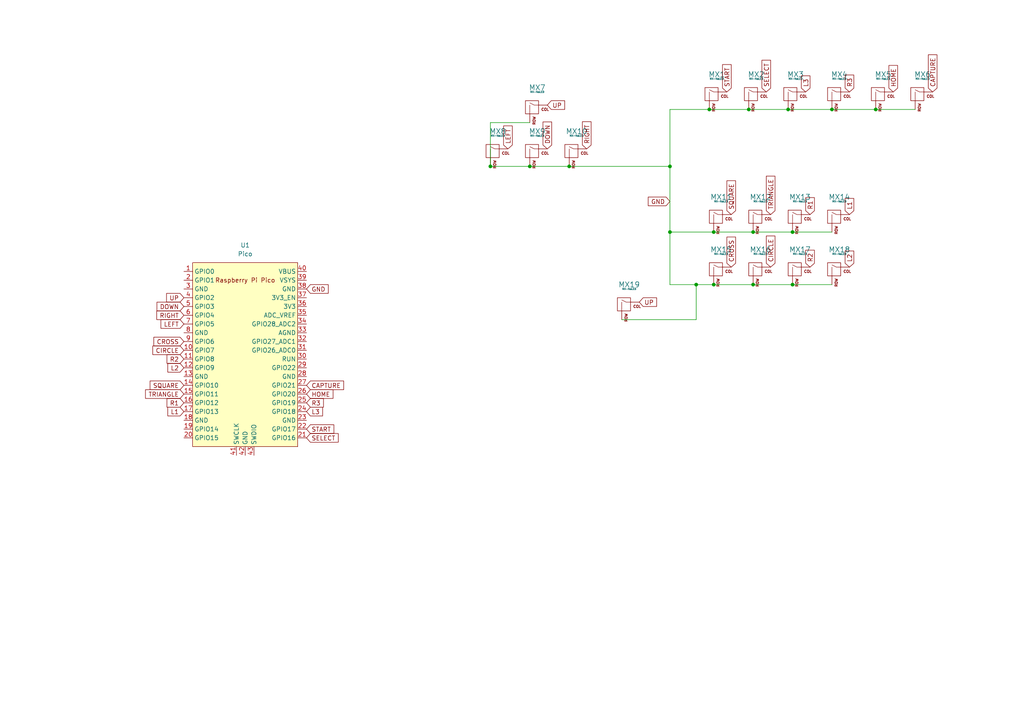
<source format=kicad_sch>
(kicad_sch (version 20211123) (generator eeschema)
  (paper "A4")
  (lib_symbols
    (symbol "MCU_RaspberryPi_and_Boards:Pico"
      (property "Reference" "U" (at -13.97 27.94 0))
      (property "Value" "Pico" (at 0 19.05 0))
      (symbol "Pico_0_0"
        (text "Raspberry Pi Pico" (at 0 21.59 0) (effects (font (size 1.27 1.27))))
      )
      (symbol "Pico_0_1"
        (rectangle (start -15.24 26.67) (end 15.24 -26.67) (fill (type background)))
      )
      (symbol "Pico_1_1"
        (pin bidirectional line (at -17.78 24.13 0) (length 2.54) (name "GPIO0") (number "1"))
        (pin bidirectional line (at -17.78 1.27 0) (length 2.54) (name "GPIO7") (number "10"))
        (pin bidirectional line (at -17.78 -1.27 0) (length 2.54) (name "GPIO8") (number "11"))
        (pin bidirectional line (at -17.78 -3.81 0) (length 2.54) (name "GPIO9") (number "12"))
        (pin power_in line (at -17.78 -6.35 0) (length 2.54) (name "GND") (number "13"))
        (pin bidirectional line (at -17.78 -8.89 0) (length 2.54) (name "GPIO10") (number "14"))
        (pin bidirectional line (at -17.78 -11.43 0) (length 2.54) (name "GPIO11") (number "15"))
        (pin bidirectional line (at -17.78 -13.97 0) (length 2.54) (name "GPIO12") (number "16"))
        (pin bidirectional line (at -17.78 -16.51 0) (length 2.54) (name "GPIO13") (number "17"))
        (pin power_in line (at -17.78 -19.05 0) (length 2.54) (name "GND") (number "18"))
        (pin bidirectional line (at -17.78 -21.59 0) (length 2.54) (name "GPIO14") (number "19"))
        (pin bidirectional line (at -17.78 21.59 0) (length 2.54) (name "GPIO1") (number "2"))
        (pin bidirectional line (at -17.78 -24.13 0) (length 2.54) (name "GPIO15") (number "20"))
        (pin bidirectional line (at 17.78 -24.13 180) (length 2.54) (name "GPIO16") (number "21"))
        (pin bidirectional line (at 17.78 -21.59 180) (length 2.54) (name "GPIO17") (number "22"))
        (pin power_in line (at 17.78 -19.05 180) (length 2.54) (name "GND") (number "23"))
        (pin bidirectional line (at 17.78 -16.51 180) (length 2.54) (name "GPIO18") (number "24"))
        (pin bidirectional line (at 17.78 -13.97 180) (length 2.54) (name "GPIO19") (number "25"))
        (pin bidirectional line (at 17.78 -11.43 180) (length 2.54) (name "GPIO20") (number "26"))
        (pin bidirectional line (at 17.78 -8.89 180) (length 2.54) (name "GPIO21") (number "27"))
        (pin power_in line (at 17.78 -6.35 180) (length 2.54) (name "GND") (number "28"))
        (pin bidirectional line (at 17.78 -3.81 180) (length 2.54) (name "GPIO22") (number "29"))
        (pin power_in line (at -17.78 19.05 0) (length 2.54) (name "GND") (number "3"))
        (pin input line (at 17.78 -1.27 180) (length 2.54) (name "RUN") (number "30"))
        (pin bidirectional line (at 17.78 1.27 180) (length 2.54) (name "GPIO26_ADC0") (number "31"))
        (pin bidirectional line (at 17.78 3.81 180) (length 2.54) (name "GPIO27_ADC1") (number "32"))
        (pin power_in line (at 17.78 6.35 180) (length 2.54) (name "AGND") (number "33"))
        (pin bidirectional line (at 17.78 8.89 180) (length 2.54) (name "GPIO28_ADC2") (number "34"))
        (pin power_in line (at 17.78 11.43 180) (length 2.54) (name "ADC_VREF") (number "35"))
        (pin power_in line (at 17.78 13.97 180) (length 2.54) (name "3V3") (number "36"))
        (pin input line (at 17.78 16.51 180) (length 2.54) (name "3V3_EN") (number "37"))
        (pin bidirectional line (at 17.78 19.05 180) (length 2.54) (name "GND") (number "38"))
        (pin power_in line (at 17.78 21.59 180) (length 2.54) (name "VSYS") (number "39"))
        (pin bidirectional line (at -17.78 16.51 0) (length 2.54) (name "GPIO2") (number "4"))
        (pin power_in line (at 17.78 24.13 180) (length 2.54) (name "VBUS") (number "40"))
        (pin input line (at -2.54 -29.21 90) (length 2.54) (name "SWCLK") (number "41"))
        (pin power_in line (at 0 -29.21 90) (length 2.54) (name "GND") (number "42"))
        (pin bidirectional line (at 2.54 -29.21 90) (length 2.54) (name "SWDIO") (number "43"))
        (pin bidirectional line (at -17.78 13.97 0) (length 2.54) (name "GPIO3") (number "5"))
        (pin bidirectional line (at -17.78 11.43 0) (length 2.54) (name "GPIO4") (number "6"))
        (pin bidirectional line (at -17.78 8.89 0) (length 2.54) (name "GPIO5") (number "7"))
        (pin power_in line (at -17.78 6.35 0) (length 2.54) (name "GND") (number "8"))
        (pin bidirectional line (at -17.78 3.81 0) (length 2.54) (name "GPIO6") (number "9"))
      )
    )
    (symbol "MX_Alps_Hybrid:MX-NoLED" (pin_names (offset 1.016))
      (property "Reference" "MX" (at -0.635 3.81 0))
      (property "Value" "MX-NoLED" (at -0.635 1.27 0))
      (symbol "MX-NoLED_0_0"
        (rectangle (start -2.54 2.54) (end 1.27 -1.27))
        (polyline (pts (xy -1.27 -1.27) (xy -1.27 1.27)) (stroke (width 0.127)))
        (polyline (pts (xy 1.27 1.27) (xy 0 1.27) (xy -1.27 1.905)) (stroke (width 0.127)))
        (text "COL" (at 3.175 0 0) (effects (font (size 0.762 0.762))))
        (text "ROW" (at 0 -1.905 900) (effects (font (size 0.762 0.762)) (justify right)))
      )
      (symbol "MX-NoLED_1_1"
        (pin passive line (at 3.81 1.27 180) (length 2.54) (name "COL") (number "1"))
        (pin passive line (at -1.27 -3.81 90) (length 2.54) (name "ROW") (number "2"))
      )
    )
  )
  (junction (at 218.44 67.31))
  (junction (at 153.67 48.26))
  (junction (at 207.01 67.31))
  (junction (at 217.17 31.75))
  (junction (at 241.3 31.75))
  (junction (at 254 31.75))
  (junction (at 228.6 31.75))
  (junction (at 207.01 82.55))
  (junction (at 194.31 67.31))
  (junction (at 205.74 31.75))
  (junction (at 142.24 48.26))
  (junction (at 165.1 48.26))
  (junction (at 229.87 82.55))
  (junction (at 229.87 67.31))
  (junction (at 201.93 82.55))
  (junction (at 218.44 82.55))
  (junction (at 194.31 48.26))
  (wire (pts (xy 194.31 48.26) (xy 194.31 67.31)))
  (wire (pts (xy 194.31 48.26) (xy 194.31 31.75)))
  (wire (pts (xy 194.31 82.55) (xy 194.31 67.31)))
  (wire (pts (xy 254 31.75) (xy 265.43 31.75)))
  (wire (pts (xy 218.44 67.31) (xy 229.87 67.31)))
  (wire (pts (xy 228.6 31.75) (xy 241.3 31.75)))
  (wire (pts (xy 180.34 92.71) (xy 201.93 92.71)))
  (wire (pts (xy 201.93 92.71) (xy 201.93 82.55)))
  (wire (pts (xy 217.17 31.75) (xy 228.6 31.75)))
  (wire (pts (xy 153.67 35.56) (xy 142.24 35.56)))
  (wire (pts (xy 194.31 31.75) (xy 205.74 31.75)))
  (wire (pts (xy 194.31 67.31) (xy 207.01 67.31)))
  (wire (pts (xy 229.87 82.55) (xy 241.3 82.55)))
  (wire (pts (xy 165.1 48.26) (xy 194.31 48.26)))
  (wire (pts (xy 207.01 82.55) (xy 201.93 82.55)))
  (wire (pts (xy 229.87 67.31) (xy 241.3 67.31)))
  (wire (pts (xy 142.24 48.26) (xy 153.67 48.26)))
  (wire (pts (xy 207.01 67.31) (xy 218.44 67.31)))
  (wire (pts (xy 218.44 82.55) (xy 229.87 82.55)))
  (wire (pts (xy 153.67 48.26) (xy 165.1 48.26)))
  (wire (pts (xy 205.74 31.75) (xy 217.17 31.75)))
  (wire (pts (xy 142.24 35.56) (xy 142.24 48.26)))
  (wire (pts (xy 207.01 82.55) (xy 218.44 82.55)))
  (wire (pts (xy 201.93 82.55) (xy 194.31 82.55)))
  (wire (pts (xy 241.3 31.75) (xy 254 31.75)))
  (global_label "SELECT" (shape input) (at 222.25 26.67 90) (property "Intersheet References" "${INTERSHEET_REFS}" (effects hide)))
  (global_label "RIGHT" (shape input) (at 53.34 91.44 180) (property "Intersheet References" "${INTERSHEET_REFS}" (effects hide)))
  (global_label "L3" (shape input) (at 88.9 119.38 0) (property "Intersheet References" "${INTERSHEET_REFS}" (effects hide)))
  (global_label "TRIANGLE" (shape input) (at 53.34 114.3 180) (property "Intersheet References" "${INTERSHEET_REFS}" (effects hide)))
  (global_label "UP" (shape input) (at 158.75 30.48 0) (property "Intersheet References" "${INTERSHEET_REFS}" (effects hide)))
  (global_label "L1" (shape input) (at 246.38 62.23 90) (property "Intersheet References" "${INTERSHEET_REFS}" (effects hide)))
  (global_label "HOME" (shape input) (at 259.08 26.67 90) (property "Intersheet References" "${INTERSHEET_REFS}" (effects hide)))
  (global_label "CIRCLE" (shape input) (at 53.34 101.6 180) (property "Intersheet References" "${INTERSHEET_REFS}" (effects hide)))
  (global_label "SQUARE" (shape input) (at 53.34 111.76 180) (property "Intersheet References" "${INTERSHEET_REFS}" (effects hide)))
  (global_label "CIRCLE" (shape input) (at 223.52 77.47 90) (property "Intersheet References" "${INTERSHEET_REFS}" (effects hide)))
  (global_label "SELECT" (shape input) (at 88.9 127 0) (property "Intersheet References" "${INTERSHEET_REFS}" (effects hide)))
  (global_label "DOWN" (shape input) (at 158.75 43.18 90) (property "Intersheet References" "${INTERSHEET_REFS}" (effects hide)))
  (global_label "DOWN" (shape input) (at 53.34 88.9 180) (property "Intersheet References" "${INTERSHEET_REFS}" (effects hide)))
  (global_label "GND" (shape input) (at 194.31 58.42 180) (property "Intersheet References" "${INTERSHEET_REFS}" (effects hide)))
  (global_label "RIGHT" (shape input) (at 170.18 43.18 90) (property "Intersheet References" "${INTERSHEET_REFS}" (effects hide)))
  (global_label "TRIANGLE" (shape input) (at 223.52 62.23 90) (property "Intersheet References" "${INTERSHEET_REFS}" (effects hide)))
  (global_label "LEFT" (shape input) (at 53.34 93.98 180) (property "Intersheet References" "${INTERSHEET_REFS}" (effects hide)))
  (global_label "R1" (shape input) (at 53.34 116.84 180) (property "Intersheet References" "${INTERSHEET_REFS}" (effects hide)))
  (global_label "R1" (shape input) (at 234.95 62.23 90) (property "Intersheet References" "${INTERSHEET_REFS}" (effects hide)))
  (global_label "SQUARE" (shape input) (at 212.09 62.23 90) (property "Intersheet References" "${INTERSHEET_REFS}" (effects hide)))
  (global_label "L1" (shape input) (at 53.34 119.38 180) (property "Intersheet References" "${INTERSHEET_REFS}" (effects hide)))
  (global_label "CROSS" (shape input) (at 212.09 77.47 90) (property "Intersheet References" "${INTERSHEET_REFS}" (effects hide)))
  (global_label "R3" (shape input) (at 246.38 26.67 90) (property "Intersheet References" "${INTERSHEET_REFS}" (effects hide)))
  (global_label "LEFT" (shape input) (at 147.32 43.18 90) (property "Intersheet References" "${INTERSHEET_REFS}" (effects hide)))
  (global_label "START" (shape input) (at 88.9 124.46 0) (property "Intersheet References" "${INTERSHEET_REFS}" (effects hide)))
  (global_label "GND" (shape input) (at 88.9 83.82 0) (property "Intersheet References" "${INTERSHEET_REFS}" (effects hide)))
  (global_label "UP" (shape input) (at 185.42 87.63 0) (property "Intersheet References" "${INTERSHEET_REFS}" (effects hide)))
  (global_label "L2" (shape input) (at 246.38 77.47 90) (property "Intersheet References" "${INTERSHEET_REFS}" (effects hide)))
  (global_label "CAPTURE" (shape input) (at 270.51 26.67 90) (property "Intersheet References" "${INTERSHEET_REFS}" (effects hide)))
  (global_label "R2" (shape input) (at 53.34 104.14 180) (property "Intersheet References" "${INTERSHEET_REFS}" (effects hide)))
  (global_label "HOME" (shape input) (at 88.9 114.3 0) (property "Intersheet References" "${INTERSHEET_REFS}" (effects hide)))
  (global_label "R2" (shape input) (at 234.95 77.47 90) (property "Intersheet References" "${INTERSHEET_REFS}" (effects hide)))
  (global_label "UP" (shape input) (at 53.34 86.36 180) (property "Intersheet References" "${INTERSHEET_REFS}" (effects hide)))
  (global_label "CROSS" (shape input) (at 53.34 99.06 180) (property "Intersheet References" "${INTERSHEET_REFS}" (effects hide)))
  (global_label "R3" (shape input) (at 88.9 116.84 0) (property "Intersheet References" "${INTERSHEET_REFS}" (effects hide)))
  (global_label "START" (shape input) (at 210.82 26.67 90) (property "Intersheet References" "${INTERSHEET_REFS}" (effects hide)))
  (global_label "L2" (shape input) (at 53.34 106.68 180) (property "Intersheet References" "${INTERSHEET_REFS}" (effects hide)))
  (global_label "CAPTURE" (shape input) (at 88.9 111.76 0) (property "Intersheet References" "${INTERSHEET_REFS}" (effects hide)))
  (global_label "L3" (shape input) (at 233.68 26.67 90) (property "Intersheet References" "${INTERSHEET_REFS}" (effects hide)))
  (symbol (lib_id "MX_Alps_Hybrid:MX-NoLED") (at 154.94 44.45 0) (unit 1)
    (property "Reference" "MX9" (at 155.8256 38.1 0) (effects (font (size 1.524 1.524))))
    (property "Value" "MX-NoLED" (at 155.8256 39.37 0) (effects (font (size 0.508 0.508))))
    (property "Footprint" "Switch_Keyboard_Cherry_MX:SW_Cherry_MX_PCB_1.00u" (effects hide))
  )
  (symbol (lib_id "MX_Alps_Hybrid:MX-NoLED") (at 166.37 44.45 0) (unit 1)
    (property "Reference" "MX10" (at 167.2556 38.1 0) (effects (font (size 1.524 1.524))))
    (property "Value" "MX-NoLED" (at 167.2556 39.37 0) (effects (font (size 0.508 0.508))))
    (property "Footprint" "Switch_Keyboard_Cherry_MX:SW_Cherry_MX_PCB_1.00u" (effects hide))
  )
  (symbol (lib_id "MX_Alps_Hybrid:MX-NoLED") (at 219.71 63.5 0) (unit 1)
    (property "Reference" "MX12" (at 220.5956 57.15 0) (effects (font (size 1.524 1.524))))
    (property "Value" "MX-NoLED" (at 220.5956 58.42 0) (effects (font (size 0.508 0.508))))
    (property "Footprint" "Switch_Keyboard_Cherry_MX:SW_Cherry_MX_PCB_1.00u" (effects hide))
  )
  (symbol (lib_id "MX_Alps_Hybrid:MX-NoLED") (at 255.27 27.94 0) (unit 1)
    (property "Reference" "MX5" (at 256.1556 21.59 0) (effects (font (size 1.524 1.524))))
    (property "Value" "MX-NoLED" (at 256.1556 22.86 0) (effects (font (size 0.508 0.508))))
    (property "Footprint" "Switch_Keyboard_Cherry_MX:SW_Cherry_MX_PCB_1.00u" (effects hide))
  )
  (symbol (lib_id "MX_Alps_Hybrid:MX-NoLED") (at 231.14 63.5 0) (unit 1)
    (property "Reference" "MX13" (at 232.0256 57.15 0) (effects (font (size 1.524 1.524))))
    (property "Value" "MX-NoLED" (at 232.0256 58.42 0) (effects (font (size 0.508 0.508))))
    (property "Footprint" "Switch_Keyboard_Cherry_MX:SW_Cherry_MX_PCB_1.00u" (effects hide))
  )
  (symbol (lib_id "MX_Alps_Hybrid:MX-NoLED") (at 242.57 78.74 0) (unit 1)
    (property "Reference" "MX18" (at 243.4556 72.39 0) (effects (font (size 1.524 1.524))))
    (property "Value" "MX-NoLED" (at 243.4556 73.66 0) (effects (font (size 0.508 0.508))))
    (property "Footprint" "Switch_Keyboard_Cherry_MX:SW_Cherry_MX_PCB_1.00u" (effects hide))
  )
  (symbol (lib_id "MX_Alps_Hybrid:MX-NoLED") (at 143.51 44.45 0) (unit 1)
    (property "Reference" "MX8" (at 144.3956 38.1 0) (effects (font (size 1.524 1.524))))
    (property "Value" "MX-NoLED" (at 144.3956 39.37 0) (effects (font (size 0.508 0.508))))
    (property "Footprint" "Switch_Keyboard_Cherry_MX:SW_Cherry_MX_PCB_1.00u" (effects hide))
  )
  (symbol (lib_id "MX_Alps_Hybrid:MX-NoLED") (at 242.57 27.94 0) (unit 1)
    (property "Reference" "MX4" (at 243.4556 21.59 0) (effects (font (size 1.524 1.524))))
    (property "Value" "MX-NoLED" (at 243.4556 22.86 0) (effects (font (size 0.508 0.508))))
    (property "Footprint" "Switch_Keyboard_Cherry_MX:SW_Cherry_MX_PCB_1.00u" (effects hide))
  )
  (symbol (lib_id "MCU_RaspberryPi_and_Boards:Pico") (at 71.12 102.87 0) (unit 1)
    (property "Reference" "U1" (at 71.12 71.12 0))
    (property "Value" "Pico" (at 71.12 73.66 0))
    (property "Footprint" "MCU_RaspberryPi_and_Boards:RPi_Pico_SMD_TH" (effects hide))
  )
  (symbol (lib_id "MX_Alps_Hybrid:MX-NoLED") (at 208.28 63.5 0) (unit 1)
    (property "Reference" "MX11" (at 209.1656 57.15 0) (effects (font (size 1.524 1.524))))
    (property "Value" "MX-NoLED" (at 209.1656 58.42 0) (effects (font (size 0.508 0.508))))
    (property "Footprint" "Switch_Keyboard_Cherry_MX:SW_Cherry_MX_PCB_1.00u" (effects hide))
  )
  (symbol (lib_id "MX_Alps_Hybrid:MX-NoLED") (at 229.87 27.94 0) (unit 1)
    (property "Reference" "MX3" (at 230.7556 21.59 0) (effects (font (size 1.524 1.524))))
    (property "Value" "MX-NoLED" (at 230.7556 22.86 0) (effects (font (size 0.508 0.508))))
    (property "Footprint" "Switch_Keyboard_Cherry_MX:SW_Cherry_MX_PCB_1.00u" (effects hide))
  )
  (symbol (lib_id "MX_Alps_Hybrid:MX-NoLED") (at 219.71 78.74 0) (unit 1)
    (property "Reference" "MX16" (at 220.5956 72.39 0) (effects (font (size 1.524 1.524))))
    (property "Value" "MX-NoLED" (at 220.5956 73.66 0) (effects (font (size 0.508 0.508))))
    (property "Footprint" "Switch_Keyboard_Cherry_MX:SW_Cherry_MX_PCB_1.00u" (effects hide))
  )
  (symbol (lib_id "MX_Alps_Hybrid:MX-NoLED") (at 208.28 78.74 0) (unit 1)
    (property "Reference" "MX15" (at 209.1656 72.39 0) (effects (font (size 1.524 1.524))))
    (property "Value" "MX-NoLED" (at 209.1656 73.66 0) (effects (font (size 0.508 0.508))))
    (property "Footprint" "Switch_Keyboard_Cherry_MX:SW_Cherry_MX_PCB_1.00u" (effects hide))
  )
  (symbol (lib_id "MX_Alps_Hybrid:MX-NoLED") (at 242.57 63.5 0) (unit 1)
    (property "Reference" "MX14" (at 243.4556 57.15 0) (effects (font (size 1.524 1.524))))
    (property "Value" "MX-NoLED" (at 243.4556 58.42 0) (effects (font (size 0.508 0.508))))
    (property "Footprint" "Switch_Keyboard_Cherry_MX:SW_Cherry_MX_PCB_1.00u" (effects hide))
  )
  (symbol (lib_id "MX_Alps_Hybrid:MX-NoLED") (at 218.44 27.94 0) (unit 1)
    (property "Reference" "MX2" (at 219.3256 21.59 0) (effects (font (size 1.524 1.524))))
    (property "Value" "MX-NoLED" (at 219.3256 22.86 0) (effects (font (size 0.508 0.508))))
    (property "Footprint" "Switch_Keyboard_Cherry_MX:SW_Cherry_MX_PCB_1.00u" (effects hide))
  )
  (symbol (lib_id "MX_Alps_Hybrid:MX-NoLED") (at 266.7 27.94 0) (unit 1)
    (property "Reference" "MX6" (at 267.5856 21.59 0) (effects (font (size 1.524 1.524))))
    (property "Value" "MX-NoLED" (at 267.5856 22.86 0) (effects (font (size 0.508 0.508))))
    (property "Footprint" "Switch_Keyboard_Cherry_MX:SW_Cherry_MX_PCB_1.00u" (effects hide))
  )
  (symbol (lib_id "MX_Alps_Hybrid:MX-NoLED") (at 207.01 27.94 0) (unit 1)
    (property "Reference" "MX1" (at 207.8956 21.59 0) (effects (font (size 1.524 1.524))))
    (property "Value" "MX-NoLED" (at 207.8956 22.86 0) (effects (font (size 0.508 0.508))))
    (property "Footprint" "Switch_Keyboard_Cherry_MX:SW_Cherry_MX_PCB_1.00u" (effects hide))
  )
  (symbol (lib_id "MX_Alps_Hybrid:MX-NoLED") (at 231.14 78.74 0) (unit 1)
    (property "Reference" "MX17" (at 232.0256 72.39 0) (effects (font (size 1.524 1.524))))
    (property "Value" "MX-NoLED" (at 232.0256 73.66 0) (effects (font (size 0.508 0.508))))
    (property "Footprint" "Switch_Keyboard_Cherry_MX:SW_Cherry_MX_PCB_1.00u" (effects hide))
  )
  (symbol (lib_id "MX_Alps_Hybrid:MX-NoLED") (at 154.94 31.75 0) (unit 1)
    (property "Reference" "MX7" (at 155.8256 25.4 0) (effects (font (size 1.524 1.524))))
    (property "Value" "MX-NoLED" (at 155.8256 26.67 0) (effects (font (size 0.508 0.508))))
    (property "Footprint" "Switch_Keyboard_Cherry_MX:SW_Cherry_MX_PCB_1.00u" (effects hide))
  )
  (symbol (lib_id "MX_Alps_Hybrid:MX-NoLED") (at 181.61 88.9 0) (unit 1)
    (property "Reference" "MX19" (at 182.4956 82.55 0) (effects (font (size 1.524 1.524))))
    (property "Value" "MX-NoLED" (at 182.4956 83.82 0) (effects (font (size 0.508 0.508))))
    (property "Footprint" "Switch_Keyboard_Cherry_MX:SW_Cherry_MX_PCB_1.00u" (effects hide))
  )
)
</source>
